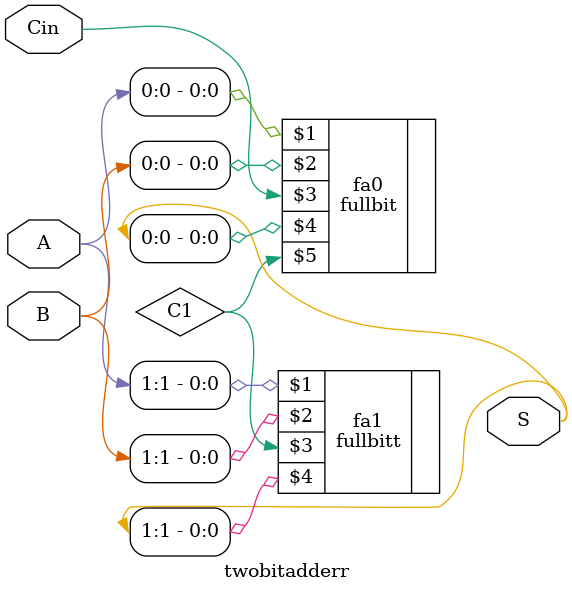
<source format=v>
`timescale 1ns / 1ps


module twobitadderr(
    input [1:0] A,
    input [1:0] B,
    input Cin,
    output [1:0] S
   );
   
   wire C1;
   
   fullbit fa0 ( A[0] , B[0] , Cin , S[0] , C1 );
   fullbitt fa1 ( A[1] , B[1] , C1 , S[1]);
   
endmodule

</source>
